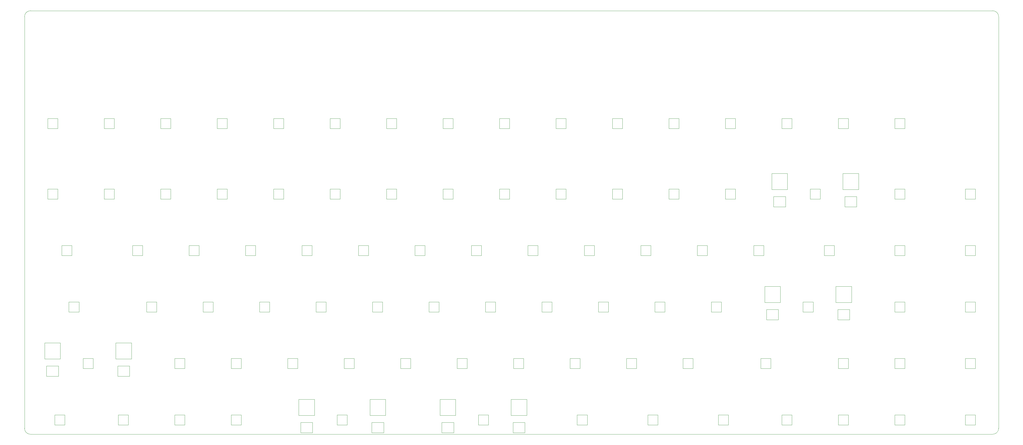
<source format=gbr>
%TF.GenerationSoftware,KiCad,Pcbnew,(6.0.2)*%
%TF.CreationDate,2022-08-21T18:03:26-07:00*%
%TF.ProjectId,tklc_v1_rgb,746b6c63-5f76-4315-9f72-67622e6b6963,rev?*%
%TF.SameCoordinates,Original*%
%TF.FileFunction,Profile,NP*%
%FSLAX46Y46*%
G04 Gerber Fmt 4.6, Leading zero omitted, Abs format (unit mm)*
G04 Created by KiCad (PCBNEW (6.0.2)) date 2022-08-21 18:03:26*
%MOMM*%
%LPD*%
G01*
G04 APERTURE LIST*
%TA.AperFunction,Profile*%
%ADD10C,0.100000*%
%TD*%
%TA.AperFunction,Profile*%
%ADD11C,0.120000*%
%TD*%
G04 APERTURE END LIST*
D10*
X50006249Y-219456251D02*
X50006249Y-80581251D01*
X376618750Y-221456250D02*
G75*
G03*
X378618750Y-219456250I1J1999999D01*
G01*
X52006249Y-78581249D02*
X376618750Y-78581249D01*
X50006250Y-219456250D02*
G75*
G03*
X52006250Y-221456250I1999999J-1D01*
G01*
X378618750Y-80581250D02*
G75*
G03*
X376618750Y-78581250I-1999999J1D01*
G01*
X378618750Y-219456250D02*
X378618750Y-80581250D01*
X376618751Y-221456251D02*
X52006251Y-221456251D01*
X52006249Y-78581250D02*
G75*
G03*
X50006250Y-80581250I-16J-1999983D01*
G01*
D11*
%TO.C,SW46*%
X295956250Y-157781250D02*
X299356250Y-157781250D01*
X299356250Y-157781250D02*
X299356250Y-161181250D01*
X299356250Y-161181250D02*
X295956250Y-161181250D01*
X295956250Y-161181250D02*
X295956250Y-157781250D01*
%TO.C,Kailh PG1350*%
X331356250Y-138931250D02*
X326056250Y-138931250D01*
X330706250Y-141231250D02*
X326706250Y-141231250D01*
X306706250Y-141231250D02*
X302706250Y-141231250D01*
X330706250Y-144731250D02*
X330706250Y-141231250D01*
X326706250Y-141231250D02*
X326706250Y-144731250D01*
X306706250Y-144731250D02*
X302706250Y-144731250D01*
X331356250Y-138931250D02*
X331356250Y-133431250D01*
X307356250Y-138931250D02*
X302056250Y-138931250D01*
X326056250Y-133431250D02*
X326056250Y-138931250D01*
X307356250Y-138931250D02*
X307356250Y-133431250D01*
X302706250Y-141231250D02*
X302706250Y-144731250D01*
X302056250Y-133431250D02*
X302056250Y-138931250D01*
X306706250Y-144731250D02*
X306706250Y-141231250D01*
X307356250Y-133431250D02*
X302056250Y-133431250D01*
X330706250Y-144731250D02*
X326706250Y-144731250D01*
X331356250Y-133431250D02*
X326056250Y-133431250D01*
%TO.C,SW6*%
X153081250Y-114918750D02*
X156481250Y-114918750D01*
X156481250Y-114918750D02*
X156481250Y-118318750D01*
X156481250Y-118318750D02*
X153081250Y-118318750D01*
X153081250Y-118318750D02*
X153081250Y-114918750D01*
%TO.C,SW49*%
X367393750Y-157781250D02*
X370793750Y-157781250D01*
X370793750Y-157781250D02*
X370793750Y-161181250D01*
X370793750Y-161181250D02*
X367393750Y-161181250D01*
X367393750Y-161181250D02*
X367393750Y-157781250D01*
%TO.C,SW59*%
X243568750Y-176831250D02*
X246968750Y-176831250D01*
X246968750Y-176831250D02*
X246968750Y-180231250D01*
X246968750Y-180231250D02*
X243568750Y-180231250D01*
X243568750Y-180231250D02*
X243568750Y-176831250D01*
%TO.C,SW42*%
X219756250Y-157781250D02*
X223156250Y-157781250D01*
X223156250Y-157781250D02*
X223156250Y-161181250D01*
X223156250Y-161181250D02*
X219756250Y-161181250D01*
X219756250Y-161181250D02*
X219756250Y-157781250D01*
%TO.C,SW1*%
X57831250Y-114918750D02*
X61231250Y-114918750D01*
X61231250Y-114918750D02*
X61231250Y-118318750D01*
X61231250Y-118318750D02*
X57831250Y-118318750D01*
X57831250Y-118318750D02*
X57831250Y-114918750D01*
%TO.C,SW66*%
X100693750Y-195881250D02*
X104093750Y-195881250D01*
X104093750Y-195881250D02*
X104093750Y-199281250D01*
X104093750Y-199281250D02*
X100693750Y-199281250D01*
X100693750Y-199281250D02*
X100693750Y-195881250D01*
%TO.C,SW14*%
X305481250Y-114918750D02*
X308881250Y-114918750D01*
X308881250Y-114918750D02*
X308881250Y-118318750D01*
X308881250Y-118318750D02*
X305481250Y-118318750D01*
X305481250Y-118318750D02*
X305481250Y-114918750D01*
%TO.C,SW21*%
X114981250Y-138731250D02*
X118381250Y-138731250D01*
X118381250Y-138731250D02*
X118381250Y-142131250D01*
X118381250Y-142131250D02*
X114981250Y-142131250D01*
X114981250Y-142131250D02*
X114981250Y-138731250D01*
%TO.C,SW27*%
X229281250Y-138731250D02*
X232681250Y-138731250D01*
X232681250Y-138731250D02*
X232681250Y-142131250D01*
X232681250Y-142131250D02*
X229281250Y-142131250D01*
X229281250Y-142131250D02*
X229281250Y-138731250D01*
%TO.C,SW28*%
X248331250Y-138731250D02*
X251731250Y-138731250D01*
X251731250Y-138731250D02*
X251731250Y-142131250D01*
X251731250Y-142131250D02*
X248331250Y-142131250D01*
X248331250Y-142131250D02*
X248331250Y-138731250D01*
%TO.C,Kailh PG1350*%
X167162500Y-217431250D02*
X167162500Y-220931250D01*
X142512500Y-209631250D02*
X142512500Y-215131250D01*
X171162500Y-220931250D02*
X171162500Y-217431250D01*
X147162500Y-217431250D02*
X143162500Y-217431250D01*
X143162500Y-217431250D02*
X143162500Y-220931250D01*
X147812500Y-215131250D02*
X147812500Y-209631250D01*
X147812500Y-209631250D02*
X142512500Y-209631250D01*
X147162500Y-220931250D02*
X143162500Y-220931250D01*
X171162500Y-217431250D02*
X167162500Y-217431250D01*
X171812500Y-215131250D02*
X171812500Y-209631250D01*
X171812500Y-215131250D02*
X166512500Y-215131250D01*
X171162500Y-220931250D02*
X167162500Y-220931250D01*
X147162500Y-220931250D02*
X147162500Y-217431250D01*
X147812500Y-215131250D02*
X142512500Y-215131250D01*
X166512500Y-209631250D02*
X166512500Y-215131250D01*
X171812500Y-209631250D02*
X166512500Y-209631250D01*
%TO.C,SW7*%
X172131250Y-114918750D02*
X175531250Y-114918750D01*
X175531250Y-114918750D02*
X175531250Y-118318750D01*
X175531250Y-118318750D02*
X172131250Y-118318750D01*
X172131250Y-118318750D02*
X172131250Y-114918750D01*
%TO.C,SW2*%
X76881250Y-114918750D02*
X80281250Y-114918750D01*
X80281250Y-114918750D02*
X80281250Y-118318750D01*
X80281250Y-118318750D02*
X76881250Y-118318750D01*
X76881250Y-118318750D02*
X76881250Y-114918750D01*
%TO.C,SW45*%
X276906250Y-157781250D02*
X280306250Y-157781250D01*
X280306250Y-157781250D02*
X280306250Y-161181250D01*
X280306250Y-161181250D02*
X276906250Y-161181250D01*
X276906250Y-161181250D02*
X276906250Y-157781250D01*
%TO.C,SW91*%
X343581250Y-214931250D02*
X346981250Y-214931250D01*
X346981250Y-214931250D02*
X346981250Y-218331250D01*
X346981250Y-218331250D02*
X343581250Y-218331250D01*
X343581250Y-218331250D02*
X343581250Y-214931250D01*
%TO.C,SW5*%
X134031250Y-114918750D02*
X137431250Y-114918750D01*
X137431250Y-114918750D02*
X137431250Y-118318750D01*
X137431250Y-118318750D02*
X134031250Y-118318750D01*
X134031250Y-118318750D02*
X134031250Y-114918750D01*
%TO.C,SW11*%
X248331250Y-114918750D02*
X251731250Y-114918750D01*
X251731250Y-114918750D02*
X251731250Y-118318750D01*
X251731250Y-118318750D02*
X248331250Y-118318750D01*
X248331250Y-118318750D02*
X248331250Y-114918750D01*
%TO.C,SW41*%
X200706250Y-157781250D02*
X204106250Y-157781250D01*
X204106250Y-157781250D02*
X204106250Y-161181250D01*
X204106250Y-161181250D02*
X200706250Y-161181250D01*
X200706250Y-161181250D02*
X200706250Y-157781250D01*
%TO.C,Kailh PG1350*%
X214137500Y-209631250D02*
X214137500Y-215131250D01*
X190137500Y-209631250D02*
X190137500Y-215131250D01*
X195437500Y-209631250D02*
X190137500Y-209631250D01*
X194787500Y-220931250D02*
X190787500Y-220931250D01*
X194787500Y-217431250D02*
X190787500Y-217431250D01*
X190787500Y-217431250D02*
X190787500Y-220931250D01*
X218787500Y-220931250D02*
X214787500Y-220931250D01*
X218787500Y-217431250D02*
X214787500Y-217431250D01*
X219437500Y-209631250D02*
X214137500Y-209631250D01*
X195437500Y-215131250D02*
X195437500Y-209631250D01*
X219437500Y-215131250D02*
X214137500Y-215131250D01*
X194787500Y-220931250D02*
X194787500Y-217431250D01*
X219437500Y-215131250D02*
X219437500Y-209631250D01*
X218787500Y-220931250D02*
X218787500Y-217431250D01*
X214787500Y-217431250D02*
X214787500Y-220931250D01*
X195437500Y-215131250D02*
X190137500Y-215131250D01*
X304325000Y-182831250D02*
X300325000Y-182831250D01*
X304975000Y-171531250D02*
X299675000Y-171531250D01*
X328975000Y-177031250D02*
X323675000Y-177031250D01*
X324325000Y-179331250D02*
X324325000Y-182831250D01*
X328975000Y-171531250D02*
X323675000Y-171531250D01*
X328325000Y-182831250D02*
X324325000Y-182831250D01*
X299675000Y-171531250D02*
X299675000Y-177031250D01*
X328325000Y-179331250D02*
X324325000Y-179331250D01*
X304975000Y-177031250D02*
X304975000Y-171531250D01*
X304975000Y-177031250D02*
X299675000Y-177031250D01*
X323675000Y-171531250D02*
X323675000Y-177031250D01*
X304325000Y-179331250D02*
X300325000Y-179331250D01*
X328975000Y-177031250D02*
X328975000Y-171531250D01*
X328325000Y-182831250D02*
X328325000Y-179331250D01*
X300325000Y-179331250D02*
X300325000Y-182831250D01*
X304325000Y-182831250D02*
X304325000Y-179331250D01*
%TO.C,SW22*%
X134031250Y-138731250D02*
X137431250Y-138731250D01*
X137431250Y-138731250D02*
X137431250Y-142131250D01*
X137431250Y-142131250D02*
X134031250Y-142131250D01*
X134031250Y-142131250D02*
X134031250Y-138731250D01*
%TO.C,SW52*%
X110218750Y-176831250D02*
X113618750Y-176831250D01*
X113618750Y-176831250D02*
X113618750Y-180231250D01*
X113618750Y-180231250D02*
X110218750Y-180231250D01*
X110218750Y-180231250D02*
X110218750Y-176831250D01*
%TO.C,SW50*%
X64975000Y-176831250D02*
X68375000Y-176831250D01*
X68375000Y-176831250D02*
X68375000Y-180231250D01*
X68375000Y-180231250D02*
X64975000Y-180231250D01*
X64975000Y-180231250D02*
X64975000Y-176831250D01*
%TO.C,SW90*%
X324531250Y-214931250D02*
X327931250Y-214931250D01*
X327931250Y-214931250D02*
X327931250Y-218331250D01*
X327931250Y-218331250D02*
X324531250Y-218331250D01*
X324531250Y-218331250D02*
X324531250Y-214931250D01*
%TO.C,SW19*%
X76881250Y-138731250D02*
X80281250Y-138731250D01*
X80281250Y-138731250D02*
X80281250Y-142131250D01*
X80281250Y-142131250D02*
X76881250Y-142131250D01*
X76881250Y-142131250D02*
X76881250Y-138731250D01*
%TO.C,SW68*%
X138793750Y-195881250D02*
X142193750Y-195881250D01*
X142193750Y-195881250D02*
X142193750Y-199281250D01*
X142193750Y-199281250D02*
X138793750Y-199281250D01*
X138793750Y-199281250D02*
X138793750Y-195881250D01*
%TO.C,SW8*%
X191181250Y-114918750D02*
X194581250Y-114918750D01*
X194581250Y-114918750D02*
X194581250Y-118318750D01*
X194581250Y-118318750D02*
X191181250Y-118318750D01*
X191181250Y-118318750D02*
X191181250Y-114918750D01*
%TO.C,SW25*%
X191181250Y-138731250D02*
X194581250Y-138731250D01*
X194581250Y-138731250D02*
X194581250Y-142131250D01*
X194581250Y-142131250D02*
X191181250Y-142131250D01*
X191181250Y-142131250D02*
X191181250Y-138731250D01*
%TO.C,SW53*%
X129268750Y-176831250D02*
X132668750Y-176831250D01*
X132668750Y-176831250D02*
X132668750Y-180231250D01*
X132668750Y-180231250D02*
X129268750Y-180231250D01*
X129268750Y-180231250D02*
X129268750Y-176831250D01*
%TO.C,SW39*%
X162606250Y-157781250D02*
X166006250Y-157781250D01*
X166006250Y-157781250D02*
X166006250Y-161181250D01*
X166006250Y-161181250D02*
X162606250Y-161181250D01*
X162606250Y-161181250D02*
X162606250Y-157781250D01*
%TO.C,SW83*%
X119743750Y-214931250D02*
X123143750Y-214931250D01*
X123143750Y-214931250D02*
X123143750Y-218331250D01*
X123143750Y-218331250D02*
X119743750Y-218331250D01*
X119743750Y-218331250D02*
X119743750Y-214931250D01*
%TO.C,SW74*%
X253093750Y-195881250D02*
X256493750Y-195881250D01*
X256493750Y-195881250D02*
X256493750Y-199281250D01*
X256493750Y-199281250D02*
X253093750Y-199281250D01*
X253093750Y-199281250D02*
X253093750Y-195881250D01*
%TO.C,SW36*%
X105456250Y-157781250D02*
X108856250Y-157781250D01*
X108856250Y-157781250D02*
X108856250Y-161181250D01*
X108856250Y-161181250D02*
X105456250Y-161181250D01*
X105456250Y-161181250D02*
X105456250Y-157781250D01*
%TO.C,SW86*%
X236425000Y-214931250D02*
X239825000Y-214931250D01*
X239825000Y-214931250D02*
X239825000Y-218331250D01*
X239825000Y-218331250D02*
X236425000Y-218331250D01*
X236425000Y-218331250D02*
X236425000Y-214931250D01*
%TO.C,SW32*%
X343581250Y-138731250D02*
X346981250Y-138731250D01*
X346981250Y-138731250D02*
X346981250Y-142131250D01*
X346981250Y-142131250D02*
X343581250Y-142131250D01*
X343581250Y-142131250D02*
X343581250Y-138731250D01*
%TO.C,SW77*%
X324531250Y-195881250D02*
X327931250Y-195881250D01*
X327931250Y-195881250D02*
X327931250Y-199281250D01*
X327931250Y-199281250D02*
X324531250Y-199281250D01*
X324531250Y-199281250D02*
X324531250Y-195881250D01*
%TO.C,SW76*%
X298337500Y-195881250D02*
X301737500Y-195881250D01*
X301737500Y-195881250D02*
X301737500Y-199281250D01*
X301737500Y-199281250D02*
X298337500Y-199281250D01*
X298337500Y-199281250D02*
X298337500Y-195881250D01*
%TO.C,SW3*%
X95931250Y-114918750D02*
X99331250Y-114918750D01*
X99331250Y-114918750D02*
X99331250Y-118318750D01*
X99331250Y-118318750D02*
X95931250Y-118318750D01*
X95931250Y-118318750D02*
X95931250Y-114918750D01*
%TO.C,SW34*%
X62593750Y-157781250D02*
X65993750Y-157781250D01*
X65993750Y-157781250D02*
X65993750Y-161181250D01*
X65993750Y-161181250D02*
X62593750Y-161181250D01*
X62593750Y-161181250D02*
X62593750Y-157781250D01*
%TO.C,Kailh PG1350*%
X85437500Y-201881250D02*
X81437500Y-201881250D01*
X62087500Y-190581250D02*
X56787500Y-190581250D01*
X80787500Y-190581250D02*
X80787500Y-196081250D01*
X86087500Y-190581250D02*
X80787500Y-190581250D01*
X62087500Y-196081250D02*
X56787500Y-196081250D01*
X61437500Y-198381250D02*
X57437500Y-198381250D01*
X86087500Y-196081250D02*
X80787500Y-196081250D01*
X57437500Y-198381250D02*
X57437500Y-201881250D01*
X85437500Y-198381250D02*
X81437500Y-198381250D01*
X86087500Y-196081250D02*
X86087500Y-190581250D01*
X61437500Y-201881250D02*
X61437500Y-198381250D01*
X56787500Y-190581250D02*
X56787500Y-196081250D01*
X81437500Y-198381250D02*
X81437500Y-201881250D01*
X85437500Y-201881250D02*
X85437500Y-198381250D01*
X62087500Y-196081250D02*
X62087500Y-190581250D01*
X61437500Y-201881250D02*
X57437500Y-201881250D01*
%TO.C,SW70*%
X176893750Y-195881250D02*
X180293750Y-195881250D01*
X180293750Y-195881250D02*
X180293750Y-199281250D01*
X180293750Y-199281250D02*
X176893750Y-199281250D01*
X176893750Y-199281250D02*
X176893750Y-195881250D01*
%TO.C,SW56*%
X186418750Y-176831250D02*
X189818750Y-176831250D01*
X189818750Y-176831250D02*
X189818750Y-180231250D01*
X189818750Y-180231250D02*
X186418750Y-180231250D01*
X186418750Y-180231250D02*
X186418750Y-176831250D01*
%TO.C,SW84*%
X155462500Y-214931250D02*
X158862500Y-214931250D01*
X158862500Y-214931250D02*
X158862500Y-218331250D01*
X158862500Y-218331250D02*
X155462500Y-218331250D01*
X155462500Y-218331250D02*
X155462500Y-214931250D01*
%TO.C,SW65*%
X69737500Y-195881250D02*
X73137500Y-195881250D01*
X73137500Y-195881250D02*
X73137500Y-199281250D01*
X73137500Y-199281250D02*
X69737500Y-199281250D01*
X69737500Y-199281250D02*
X69737500Y-195881250D01*
%TO.C,SW35*%
X86406250Y-157781250D02*
X89806250Y-157781250D01*
X89806250Y-157781250D02*
X89806250Y-161181250D01*
X89806250Y-161181250D02*
X86406250Y-161181250D01*
X86406250Y-161181250D02*
X86406250Y-157781250D01*
%TO.C,SW75*%
X272143750Y-195881250D02*
X275543750Y-195881250D01*
X275543750Y-195881250D02*
X275543750Y-199281250D01*
X275543750Y-199281250D02*
X272143750Y-199281250D01*
X272143750Y-199281250D02*
X272143750Y-195881250D01*
%TO.C,SW23*%
X153081250Y-138731250D02*
X156481250Y-138731250D01*
X156481250Y-138731250D02*
X156481250Y-142131250D01*
X156481250Y-142131250D02*
X153081250Y-142131250D01*
X153081250Y-142131250D02*
X153081250Y-138731250D01*
%TO.C,SW47*%
X319768750Y-157781250D02*
X323168750Y-157781250D01*
X323168750Y-157781250D02*
X323168750Y-161181250D01*
X323168750Y-161181250D02*
X319768750Y-161181250D01*
X319768750Y-161181250D02*
X319768750Y-157781250D01*
%TO.C,SW72*%
X214993750Y-195881250D02*
X218393750Y-195881250D01*
X218393750Y-195881250D02*
X218393750Y-199281250D01*
X218393750Y-199281250D02*
X214993750Y-199281250D01*
X214993750Y-199281250D02*
X214993750Y-195881250D01*
%TO.C,SW60*%
X262618750Y-176831250D02*
X266018750Y-176831250D01*
X266018750Y-176831250D02*
X266018750Y-180231250D01*
X266018750Y-180231250D02*
X262618750Y-180231250D01*
X262618750Y-180231250D02*
X262618750Y-176831250D01*
%TO.C,SW51*%
X91168750Y-176831250D02*
X94568750Y-176831250D01*
X94568750Y-176831250D02*
X94568750Y-180231250D01*
X94568750Y-180231250D02*
X91168750Y-180231250D01*
X91168750Y-180231250D02*
X91168750Y-176831250D01*
%TO.C,SW57*%
X205468750Y-176831250D02*
X208868750Y-176831250D01*
X208868750Y-176831250D02*
X208868750Y-180231250D01*
X208868750Y-180231250D02*
X205468750Y-180231250D01*
X205468750Y-180231250D02*
X205468750Y-176831250D01*
%TO.C,SW43*%
X238806250Y-157781250D02*
X242206250Y-157781250D01*
X242206250Y-157781250D02*
X242206250Y-161181250D01*
X242206250Y-161181250D02*
X238806250Y-161181250D01*
X238806250Y-161181250D02*
X238806250Y-157781250D01*
%TO.C,SW24*%
X172131250Y-138731250D02*
X175531250Y-138731250D01*
X175531250Y-138731250D02*
X175531250Y-142131250D01*
X175531250Y-142131250D02*
X172131250Y-142131250D01*
X172131250Y-142131250D02*
X172131250Y-138731250D01*
%TO.C,SW44*%
X257856250Y-157781250D02*
X261256250Y-157781250D01*
X261256250Y-157781250D02*
X261256250Y-161181250D01*
X261256250Y-161181250D02*
X257856250Y-161181250D01*
X257856250Y-161181250D02*
X257856250Y-157781250D01*
%TO.C,SW38*%
X143556250Y-157781250D02*
X146956250Y-157781250D01*
X146956250Y-157781250D02*
X146956250Y-161181250D01*
X146956250Y-161181250D02*
X143556250Y-161181250D01*
X143556250Y-161181250D02*
X143556250Y-157781250D01*
%TO.C,SW33*%
X367393750Y-138731250D02*
X370793750Y-138731250D01*
X370793750Y-138731250D02*
X370793750Y-142131250D01*
X370793750Y-142131250D02*
X367393750Y-142131250D01*
X367393750Y-142131250D02*
X367393750Y-138731250D01*
%TO.C,SW73*%
X234043750Y-195881250D02*
X237443750Y-195881250D01*
X237443750Y-195881250D02*
X237443750Y-199281250D01*
X237443750Y-199281250D02*
X234043750Y-199281250D01*
X234043750Y-199281250D02*
X234043750Y-195881250D01*
%TO.C,SW30*%
X286431250Y-138731250D02*
X289831250Y-138731250D01*
X289831250Y-138731250D02*
X289831250Y-142131250D01*
X289831250Y-142131250D02*
X286431250Y-142131250D01*
X286431250Y-142131250D02*
X286431250Y-138731250D01*
%TO.C,SW89*%
X305481250Y-214931250D02*
X308881250Y-214931250D01*
X308881250Y-214931250D02*
X308881250Y-218331250D01*
X308881250Y-218331250D02*
X305481250Y-218331250D01*
X305481250Y-218331250D02*
X305481250Y-214931250D01*
%TO.C,SW61*%
X281668750Y-176831250D02*
X285068750Y-176831250D01*
X285068750Y-176831250D02*
X285068750Y-180231250D01*
X285068750Y-180231250D02*
X281668750Y-180231250D01*
X281668750Y-180231250D02*
X281668750Y-176831250D01*
%TO.C,SW87*%
X260237500Y-214931250D02*
X263637500Y-214931250D01*
X263637500Y-214931250D02*
X263637500Y-218331250D01*
X263637500Y-218331250D02*
X260237500Y-218331250D01*
X260237500Y-218331250D02*
X260237500Y-214931250D01*
%TO.C,SW31*%
X315006250Y-138731250D02*
X318406250Y-138731250D01*
X318406250Y-138731250D02*
X318406250Y-142131250D01*
X318406250Y-142131250D02*
X315006250Y-142131250D01*
X315006250Y-142131250D02*
X315006250Y-138731250D01*
%TO.C,SW10*%
X229281250Y-114918750D02*
X232681250Y-114918750D01*
X232681250Y-114918750D02*
X232681250Y-118318750D01*
X232681250Y-118318750D02*
X229281250Y-118318750D01*
X229281250Y-118318750D02*
X229281250Y-114918750D01*
%TO.C,SW15*%
X324531250Y-114918750D02*
X327931250Y-114918750D01*
X327931250Y-114918750D02*
X327931250Y-118318750D01*
X327931250Y-118318750D02*
X324531250Y-118318750D01*
X324531250Y-118318750D02*
X324531250Y-114918750D01*
%TO.C,SW48*%
X343581250Y-157781250D02*
X346981250Y-157781250D01*
X346981250Y-157781250D02*
X346981250Y-161181250D01*
X346981250Y-161181250D02*
X343581250Y-161181250D01*
X343581250Y-161181250D02*
X343581250Y-157781250D01*
%TO.C,SW12*%
X267381250Y-114918750D02*
X270781250Y-114918750D01*
X270781250Y-114918750D02*
X270781250Y-118318750D01*
X270781250Y-118318750D02*
X267381250Y-118318750D01*
X267381250Y-118318750D02*
X267381250Y-114918750D01*
%TO.C,SW40*%
X181656250Y-157781250D02*
X185056250Y-157781250D01*
X185056250Y-157781250D02*
X185056250Y-161181250D01*
X185056250Y-161181250D02*
X181656250Y-161181250D01*
X181656250Y-161181250D02*
X181656250Y-157781250D01*
%TO.C,SW80*%
X60212500Y-214931250D02*
X63612500Y-214931250D01*
X63612500Y-214931250D02*
X63612500Y-218331250D01*
X63612500Y-218331250D02*
X60212500Y-218331250D01*
X60212500Y-218331250D02*
X60212500Y-214931250D01*
%TO.C,SW69*%
X157843750Y-195881250D02*
X161243750Y-195881250D01*
X161243750Y-195881250D02*
X161243750Y-199281250D01*
X161243750Y-199281250D02*
X157843750Y-199281250D01*
X157843750Y-199281250D02*
X157843750Y-195881250D01*
%TO.C,SW29*%
X267381250Y-138731250D02*
X270781250Y-138731250D01*
X270781250Y-138731250D02*
X270781250Y-142131250D01*
X270781250Y-142131250D02*
X267381250Y-142131250D01*
X267381250Y-142131250D02*
X267381250Y-138731250D01*
%TO.C,SW67*%
X119743750Y-195881250D02*
X123143750Y-195881250D01*
X123143750Y-195881250D02*
X123143750Y-199281250D01*
X123143750Y-199281250D02*
X119743750Y-199281250D01*
X119743750Y-199281250D02*
X119743750Y-195881250D01*
%TO.C,SW13*%
X286431250Y-114918750D02*
X289831250Y-114918750D01*
X289831250Y-114918750D02*
X289831250Y-118318750D01*
X289831250Y-118318750D02*
X286431250Y-118318750D01*
X286431250Y-118318750D02*
X286431250Y-114918750D01*
%TO.C,SW18*%
X57831250Y-138731250D02*
X61231250Y-138731250D01*
X61231250Y-138731250D02*
X61231250Y-142131250D01*
X61231250Y-142131250D02*
X57831250Y-142131250D01*
X57831250Y-142131250D02*
X57831250Y-138731250D01*
%TO.C,SW4*%
X114981250Y-114918750D02*
X118381250Y-114918750D01*
X118381250Y-114918750D02*
X118381250Y-118318750D01*
X118381250Y-118318750D02*
X114981250Y-118318750D01*
X114981250Y-118318750D02*
X114981250Y-114918750D01*
%TO.C,SW62*%
X312625000Y-176831250D02*
X316025000Y-176831250D01*
X316025000Y-176831250D02*
X316025000Y-180231250D01*
X316025000Y-180231250D02*
X312625000Y-180231250D01*
X312625000Y-180231250D02*
X312625000Y-176831250D01*
%TO.C,SW81*%
X81643750Y-214931250D02*
X85043750Y-214931250D01*
X85043750Y-214931250D02*
X85043750Y-218331250D01*
X85043750Y-218331250D02*
X81643750Y-218331250D01*
X81643750Y-218331250D02*
X81643750Y-214931250D01*
%TO.C,SW79*%
X367393750Y-195881250D02*
X370793750Y-195881250D01*
X370793750Y-195881250D02*
X370793750Y-199281250D01*
X370793750Y-199281250D02*
X367393750Y-199281250D01*
X367393750Y-199281250D02*
X367393750Y-195881250D01*
%TO.C,SW82*%
X100693750Y-214931250D02*
X104093750Y-214931250D01*
X104093750Y-214931250D02*
X104093750Y-218331250D01*
X104093750Y-218331250D02*
X100693750Y-218331250D01*
X100693750Y-218331250D02*
X100693750Y-214931250D01*
%TO.C,SW26*%
X210231250Y-138731250D02*
X213631250Y-138731250D01*
X213631250Y-138731250D02*
X213631250Y-142131250D01*
X213631250Y-142131250D02*
X210231250Y-142131250D01*
X210231250Y-142131250D02*
X210231250Y-138731250D01*
%TO.C,SW85*%
X203087500Y-214931250D02*
X206487500Y-214931250D01*
X206487500Y-214931250D02*
X206487500Y-218331250D01*
X206487500Y-218331250D02*
X203087500Y-218331250D01*
X203087500Y-218331250D02*
X203087500Y-214931250D01*
%TO.C,SW63*%
X343581250Y-176831250D02*
X346981250Y-176831250D01*
X346981250Y-176831250D02*
X346981250Y-180231250D01*
X346981250Y-180231250D02*
X343581250Y-180231250D01*
X343581250Y-180231250D02*
X343581250Y-176831250D01*
%TO.C,SW64*%
X367393750Y-176831250D02*
X370793750Y-176831250D01*
X370793750Y-176831250D02*
X370793750Y-180231250D01*
X370793750Y-180231250D02*
X367393750Y-180231250D01*
X367393750Y-180231250D02*
X367393750Y-176831250D01*
%TO.C,SW88*%
X284050000Y-214931250D02*
X287450000Y-214931250D01*
X287450000Y-214931250D02*
X287450000Y-218331250D01*
X287450000Y-218331250D02*
X284050000Y-218331250D01*
X284050000Y-218331250D02*
X284050000Y-214931250D01*
%TO.C,SW37*%
X124506250Y-157781250D02*
X127906250Y-157781250D01*
X127906250Y-157781250D02*
X127906250Y-161181250D01*
X127906250Y-161181250D02*
X124506250Y-161181250D01*
X124506250Y-161181250D02*
X124506250Y-157781250D01*
%TO.C,SW54*%
X148318750Y-176831250D02*
X151718750Y-176831250D01*
X151718750Y-176831250D02*
X151718750Y-180231250D01*
X151718750Y-180231250D02*
X148318750Y-180231250D01*
X148318750Y-180231250D02*
X148318750Y-176831250D01*
%TO.C,SW20*%
X95931250Y-138731250D02*
X99331250Y-138731250D01*
X99331250Y-138731250D02*
X99331250Y-142131250D01*
X99331250Y-142131250D02*
X95931250Y-142131250D01*
X95931250Y-142131250D02*
X95931250Y-138731250D01*
%TO.C,SW9*%
X210231250Y-114918750D02*
X213631250Y-114918750D01*
X213631250Y-114918750D02*
X213631250Y-118318750D01*
X213631250Y-118318750D02*
X210231250Y-118318750D01*
X210231250Y-118318750D02*
X210231250Y-114918750D01*
%TO.C,SW58*%
X224518750Y-176831250D02*
X227918750Y-176831250D01*
X227918750Y-176831250D02*
X227918750Y-180231250D01*
X227918750Y-180231250D02*
X224518750Y-180231250D01*
X224518750Y-180231250D02*
X224518750Y-176831250D01*
%TO.C,SW92*%
X367393750Y-214931250D02*
X370793750Y-214931250D01*
X370793750Y-214931250D02*
X370793750Y-218331250D01*
X370793750Y-218331250D02*
X367393750Y-218331250D01*
X367393750Y-218331250D02*
X367393750Y-214931250D01*
%TO.C,SW78*%
X343581250Y-195881250D02*
X346981250Y-195881250D01*
X346981250Y-195881250D02*
X346981250Y-199281250D01*
X346981250Y-199281250D02*
X343581250Y-199281250D01*
X343581250Y-199281250D02*
X343581250Y-195881250D01*
%TO.C,SW55*%
X167368750Y-176831250D02*
X170768750Y-176831250D01*
X170768750Y-176831250D02*
X170768750Y-180231250D01*
X170768750Y-180231250D02*
X167368750Y-180231250D01*
X167368750Y-180231250D02*
X167368750Y-176831250D01*
%TO.C,SW16*%
X343581250Y-114918750D02*
X346981250Y-114918750D01*
X346981250Y-114918750D02*
X346981250Y-118318750D01*
X346981250Y-118318750D02*
X343581250Y-118318750D01*
X343581250Y-118318750D02*
X343581250Y-114918750D01*
%TO.C,SW71*%
X195943750Y-195881250D02*
X199343750Y-195881250D01*
X199343750Y-195881250D02*
X199343750Y-199281250D01*
X199343750Y-199281250D02*
X195943750Y-199281250D01*
X195943750Y-199281250D02*
X195943750Y-195881250D01*
%TD*%
M02*

</source>
